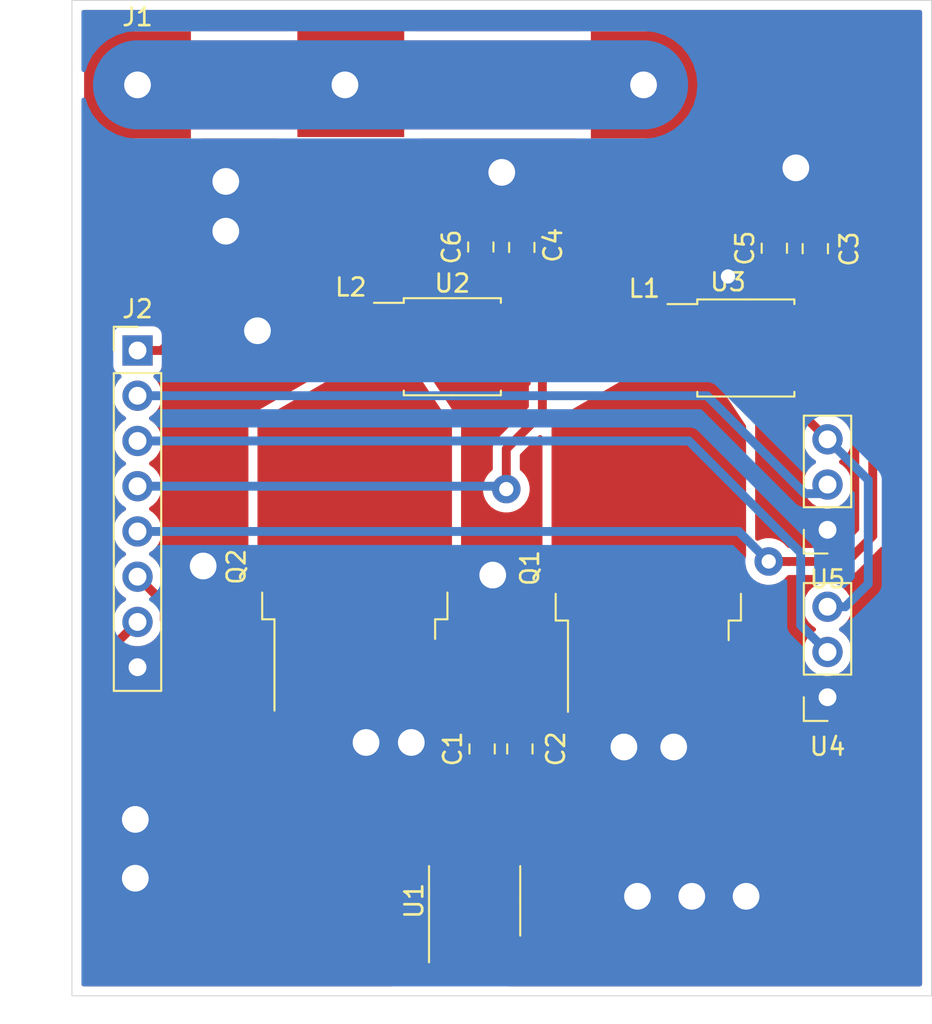
<source format=kicad_pcb>
(kicad_pcb (version 20211014) (generator pcbnew)
  (layers (0 "F.Cu" signal) (31 "B.Cu" signal) (34 "B.Paste" user) (35 "F.Paste" user) (36 "B.SilkS" user "B.Silkscreen") (37 "F.SilkS" user "F.Silkscreen") (38 "B.Mask" user) (39 "F.Mask" user) (44 "Edge.Cuts" user))
  (net 0 "")
  (net 1 "+12V")
  (net 2 "GND")
  (net 3 "Net-(Q1-Pad1)")
  (net 4 "Net-(Q2-Pad1)")
  (net 5 "Net-(U1-Pad8)")
  (net 6 "Net-(U1-Pad1)")
  (net 7 "+3V3")
  (net 8 "Net-(Q1-Pad8)")
  (net 9 "Net-(Q2-Pad8)")
  (net 10 "IN_B")
  (net 11 "IN_A")
  (net 12 "A_CUR")
  (net 13 "Net-(U2-Pad6)")
  (net 14 "B_CUR")
  (net 15 "Net-(U3-Pad6)")
  (net 16 "B_TEMP")
  (net 17 "A_TEMP")
  (net 18 "Net-(L1-Pad1)")
  (net 19 "Net-(L2-Pad1)")
  (footprint "te:2x6mmsquare" (layer "F.Cu") (at 115.952 40.3 180)
    (fp_text reference "L1" (at 0 -3.81) (layer "F.SilkS"))
    (fp_text value "INDUCTOR")
    (pad "1" smd rect locked (at 0 0 180) (size 6 6) (layers "F.Cu" "F.Mask") (net 18 "Net-(L1-Pad1)"))
    (pad "2" smd rect locked (at 0 7.62 180) (size 6 6) (layers "F.Cu" "F.Mask") (net 1 "+12V"))
  )
  (footprint "Package_TO_SOT_SMD:TO-263-7_TabPin8" (layer "F.Cu") (at 116.177 59.8 90)
    (fp_text reference "Q1" (at 0 -6.65 90) (layer "F.SilkS"))
    (fp_text value "C3M0065090J")
    (fp_line (start -1.45 -5.2) (end -2.95 -5.2) (layer "F.SilkS") (width 0.12))
    (fp_line (start -2.95 -4.51) (end -8.075 -4.51) (layer "F.SilkS") (width 0.12))
    (fp_line (start -2.95 4.51) (end -4.05 4.51) (layer "F.SilkS") (width 0.12))
    (fp_line (start -2.95 5.2) (end -2.95 4.51) (layer "F.SilkS") (width 0.12))
    (fp_line (start -1.45 5.2) (end -2.95 5.2) (layer "F.SilkS") (width 0.12))
    (fp_line (start -2.95 -5.2) (end -2.95 -4.51) (layer "F.SilkS") (width 0.12))
    (pad "1" smd rect locked (at -5.775 -3.81 90) (size 4.6 0.8) (layers "F.Cu" "F.Paste" "F.Mask") (net 3 "Net-(Q1-Pad1)"))
    (pad "2" smd rect locked (at -5.775 -2.54 90) (size 4.6 0.8) (layers "F.Cu" "F.Paste" "F.Mask") (net 2 "GND"))
    (pad "3" smd rect locked (at -5.775 -1.27 90) (size 4.6 0.8) (layers "F.Cu" "F.Paste" "F.Mask") (net 2 "GND"))
    (pad "4" smd rect locked (at -5.775 0 90) (size 4.6 0.8) (layers "F.Cu" "F.Paste" "F.Mask") (net 2 "GND"))
    (pad "5" smd rect locked (at -5.775 1.27 90) (size 4.6 0.8) (layers "F.Cu" "F.Paste" "F.Mask") (net 2 "GND"))
    (pad "6" smd rect locked (at -5.775 2.54 90) (size 4.6 0.8) (layers "F.Cu" "F.Paste" "F.Mask") (net 2 "GND"))
    (pad "7" smd rect locked (at -5.775 3.81 90) (size 4.6 0.8) (layers "F.Cu" "F.Paste" "F.Mask") (net 2 "GND"))
    (pad "8" smd rect locked (at 3.375 0 90) (size 9.4 10.8) (layers "F.Cu" "F.Mask") (net 8 "Net-(Q1-Pad8)"))
  )
  (footprint "te:2x6mmsquare" (layer "F.Cu") (at 87.5 32.68)
    (fp_text reference "J1" (at 0 -3.81) (layer "F.SilkS"))
    (fp_text value "Conn_01x02_Female")
    (pad "1" smd rect locked (at 0 0) (size 6 6) (layers "F.Cu" "F.Mask") (net 1 "+12V"))
    (pad "2" smd rect locked (at 0 7.62) (size 6 6) (layers "F.Cu" "F.Mask") (net 2 "GND"))
  )
  (footprint "Connector_PinHeader_2.54mm:PinHeader_1x08_P2.54mm_Vertical" (layer "F.Cu") (at 87.5 47.59)
    (fp_text reference "J2" (at 0 -2.33) (layer "F.SilkS"))
    (fp_text value "Conn_01x08_Male")
    (fp_line (start -1.33 0) (end -1.33 -1.33) (layer "F.SilkS") (width 0.12))
    (fp_line (start -1.33 19.11) (end 1.33 19.11) (layer "F.SilkS") (width 0.12))
    (fp_line (start -1.33 -1.33) (end 0 -1.33) (layer "F.SilkS") (width 0.12))
    (fp_line (start -1.33 1.27) (end 1.33 1.27) (layer "F.SilkS") (width 0.12))
    (fp_line (start 1.33 1.27) (end 1.33 19.11) (layer "F.SilkS") (width 0.12))
    (fp_line (start -1.33 1.27) (end -1.33 19.11) (layer "F.SilkS") (width 0.12))
    (pad "1" thru_hole rect locked (at 0 0) (size 1.7 1.7) (drill 1) (layers *.Cu *.Mask) (net 7 "+3V3"))
    (pad "2" thru_hole oval locked (at 0 2.54) (size 1.7 1.7) (drill 1) (layers *.Cu *.Mask) (net 17 "A_TEMP"))
    (pad "3" thru_hole oval locked (at 0 5.08) (size 1.7 1.7) (drill 1) (layers *.Cu *.Mask) (net 16 "B_TEMP"))
    (pad "4" thru_hole oval locked (at 0 7.62) (size 1.7 1.7) (drill 1) (layers *.Cu *.Mask) (net 12 "A_CUR"))
    (pad "5" thru_hole oval locked (at 0 10.16) (size 1.7 1.7) (drill 1) (layers *.Cu *.Mask) (net 14 "B_CUR"))
    (pad "6" thru_hole oval locked (at 0 12.7) (size 1.7 1.7) (drill 1) (layers *.Cu *.Mask) (net 11 "IN_A"))
    (pad "7" thru_hole oval locked (at 0 15.24) (size 1.7 1.7) (drill 1) (layers *.Cu *.Mask) (net 10 "IN_B"))
    (pad "8" thru_hole oval locked (at 0 17.78) (size 1.7 1.7) (drill 1) (layers *.Cu *.Mask) (net 2 "GND"))
  )
  (footprint "Capacitor_SMD:C_0805_2012Metric_Pad1.15x1.40mm_HandSolder" (layer "F.Cu") (at 106.846 69.958 90)
    (fp_text reference "C1" (at 0 -1.65 90) (layer "F.SilkS"))
    (fp_text value ".1 uF")
    (fp_line (start -0.261252 0.71) (end 0.261252 0.71) (layer "F.SilkS") (width 0.12))
    (fp_line (start -0.261252 -0.71) (end 0.261252 -0.71) (layer "F.SilkS") (width 0.12))
    (pad "1" smd roundrect locked (at -1.025 0 90) (size 1.15 1.4) (layers "F.Cu" "F.Paste" "F.Mask") (roundrect_rratio 0.217391) (net 1 "+12V"))
    (pad "2" smd roundrect locked (at 1.025 0 90) (size 1.15 1.4) (layers "F.Cu" "F.Paste" "F.Mask") (roundrect_rratio 0.217391) (net 2 "GND"))
  )
  (footprint "Capacitor_SMD:C_0805_2012Metric_Pad1.15x1.40mm_HandSolder" (layer "F.Cu") (at 108.966 69.958 90)
    (fp_text reference "C2" (at 0 2.02 90) (layer "F.SilkS"))
    (fp_text value "1 uF")
    (fp_line (start -0.261252 -0.71) (end 0.261252 -0.71) (layer "F.SilkS") (width 0.12))
    (fp_line (start -0.261252 0.71) (end 0.261252 0.71) (layer "F.SilkS") (width 0.12))
    (pad "1" smd roundrect locked (at -1.025 0 90) (size 1.15 1.4) (layers "F.Cu" "F.Paste" "F.Mask") (roundrect_rratio 0.217391) (net 1 "+12V"))
    (pad "2" smd roundrect locked (at 1.025 0 90) (size 1.15 1.4) (layers "F.Cu" "F.Paste" "F.Mask") (roundrect_rratio 0.217391) (net 2 "GND"))
  )
  (footprint "Connector_PinSocket_2.54mm:PinSocket_1x03_P2.54mm_Vertical" (layer "F.Cu") (at 126.238 67.056 180)
    (fp_text reference "U4" (at 0 -2.77) (layer "F.SilkS"))
    (fp_text value "DS18B20")
    (fp_line (start -1.33 1.27) (end -1.33 6.41) (layer "F.SilkS") (width 0.12))
    (fp_line (start 1.33 1.27) (end 1.33 6.41) (layer "F.SilkS") (width 0.12))
    (fp_line (start 0 -1.33) (end 1.33 -1.33) (layer "F.SilkS") (width 0.12))
    (fp_line (start -1.33 1.27) (end 1.33 1.27) (layer "F.SilkS") (width 0.12))
    (fp_line (start 1.33 -1.33) (end 1.33 0) (layer "F.SilkS") (width 0.12))
    (fp_line (start -1.33 6.41) (end 1.33 6.41) (layer "F.SilkS") (width 0.12))
    (pad "1" thru_hole rect locked (at 0 0 180) (size 1.7 1.7) (drill 1) (layers *.Cu *.Mask) (net 2 "GND"))
    (pad "2" thru_hole oval locked (at 0 2.54 180) (size 1.7 1.7) (drill 1) (layers *.Cu *.Mask) (net 16 "B_TEMP"))
    (pad "3" thru_hole oval locked (at 0 5.08 180) (size 1.7 1.7) (drill 1) (layers *.Cu *.Mask) (net 7 "+3V3"))
  )
  (footprint "Capacitor_SMD:C_0805_2012Metric_Pad1.15x1.40mm_HandSolder" (layer "F.Cu") (at 123.252 41.85 90)
    (fp_text reference "C5" (at 0 -1.65 90) (layer "F.SilkS"))
    (fp_text value "1 uF")
    (fp_line (start -0.261252 0.71) (end 0.261252 0.71) (layer "F.SilkS") (width 0.12))
    (fp_line (start -0.261252 -0.71) (end 0.261252 -0.71) (layer "F.SilkS") (width 0.12))
    (pad "1" smd roundrect locked (at -1.025 0 90) (size 1.15 1.4) (layers "F.Cu" "F.Paste" "F.Mask") (roundrect_rratio 0.217391) (net 7 "+3V3"))
    (pad "2" smd roundrect locked (at 1.025 0 90) (size 1.15 1.4) (layers "F.Cu" "F.Paste" "F.Mask") (roundrect_rratio 0.217391) (net 2 "GND"))
  )
  (footprint "Package_SO:SOIC-8_5.23x5.23mm_P1.27mm" (layer "F.Cu") (at 105.174 47.38)
    (fp_text reference "U2" (at 0 -3.56) (layer "F.SilkS"))
    (fp_text value "TMCS1107A1BQDR")
    (fp_line (start 0 -2.725) (end -2.725 -2.725) (layer "F.SilkS") (width 0.12))
    (fp_line (start -2.725 -2.465) (end -4.4 -2.465) (layer "F.SilkS") (width 0.12))
    (fp_line (start 2.725 -2.725) (end 2.725 -2.465) (layer "F.SilkS") (width 0.12))
    (fp_line (start -2.725 -2.725) (end -2.725 -2.465) (layer "F.SilkS") (width 0.12))
    (fp_line (start 2.725 2.725) (end 2.725 2.465) (layer "F.SilkS") (width 0.12))
    (fp_line (start -2.725 2.725) (end -2.725 2.465) (layer "F.SilkS") (width 0.12))
    (fp_line (start 0 -2.725) (end 2.725 -2.725) (layer "F.SilkS") (width 0.12))
    (fp_line (start 0 2.725) (end -2.725 2.725) (layer "F.SilkS") (width 0.12))
    (fp_line (start 0 2.725) (end 2.725 2.725) (layer "F.SilkS") (width 0.12))
    (pad "1" smd roundrect locked (at -3.6 -1.905) (size 1.6 0.6) (layers "F.Cu" "F.Paste" "F.Mask") (net 19 "Net-(L2-Pad1)"))
    (pad "2" smd roundrect locked (at -3.6 -0.635) (size 1.6 0.6) (layers "F.Cu" "F.Paste" "F.Mask") (net 19 "Net-(L2-Pad1)"))
    (pad "3" smd roundrect locked (at -3.6 0.635) (size 1.6 0.6) (layers "F.Cu" "F.Paste" "F.Mask") (net 9 "Net-(Q2-Pad8)"))
    (pad "4" smd roundrect locked (at -3.6 1.905) (size 1.6 0.6) (layers "F.Cu" "F.Paste" "F.Mask") (net 9 "Net-(Q2-Pad8)"))
    (pad "5" smd roundrect locked (at 3.6 1.905) (size 1.6 0.6) (layers "F.Cu" "F.Paste" "F.Mask") (net 2 "GND"))
    (pad "6" smd roundrect locked (at 3.6 0.635) (size 1.6 0.6) (layers "F.Cu" "F.Paste" "F.Mask") (net 13 "Net-(U2-Pad6)"))
    (pad "7" smd roundrect locked (at 3.6 -0.635) (size 1.6 0.6) (layers "F.Cu" "F.Paste" "F.Mask") (net 12 "A_CUR"))
    (pad "8" smd roundrect locked (at 3.6 -1.905) (size 1.6 0.6) (layers "F.Cu" "F.Paste" "F.Mask") (net 7 "+3V3"))
  )
  (footprint "Capacitor_SMD:C_0805_2012Metric_Pad1.15x1.40mm_HandSolder" (layer "F.Cu") (at 125.552 41.875 90)
    (fp_text reference "C3" (at -0.025 1.9 90) (layer "F.SilkS"))
    (fp_text value ".1 uF")
    (fp_line (start -0.261252 -0.71) (end 0.261252 -0.71) (layer "F.SilkS") (width 0.12))
    (fp_line (start -0.261252 0.71) (end 0.261252 0.71) (layer "F.SilkS") (width 0.12))
    (pad "1" smd roundrect locked (at -1.025 0 90) (size 1.15 1.4) (layers "F.Cu" "F.Paste" "F.Mask") (roundrect_rratio 0.217391) (net 7 "+3V3"))
    (pad "2" smd roundrect locked (at 1.025 0 90) (size 1.15 1.4) (layers "F.Cu" "F.Paste" "F.Mask") (roundrect_rratio 0.217391) (net 2 "GND"))
  )
  (footprint "Connector_PinSocket_2.54mm:PinSocket_1x03_P2.54mm_Vertical" (layer "F.Cu") (at 126.238 57.658 180)
    (fp_text reference "U5" (at 0 -2.77) (layer "F.SilkS"))
    (fp_text value "DS18B20")
    (fp_line (start 1.33 1.27) (end 1.33 6.41) (layer "F.SilkS") (width 0.12))
    (fp_line (start -1.33 6.41) (end 1.33 6.41) (layer "F.SilkS") (width 0.12))
    (fp_line (start 0 -1.33) (end 1.33 -1.33) (layer "F.SilkS") (width 0.12))
    (fp_line (start 1.33 -1.33) (end 1.33 0) (layer "F.SilkS") (width 0.12))
    (fp_line (start -1.33 1.27) (end -1.33 6.41) (layer "F.SilkS") (width 0.12))
    (fp_line (start -1.33 1.27) (end 1.33 1.27) (layer "F.SilkS") (width 0.12))
    (pad "1" thru_hole rect locked (at 0 0 180) (size 1.7 1.7) (drill 1) (layers *.Cu *.Mask) (net 2 "GND"))
    (pad "2" thru_hole oval locked (at 0 2.54 180) (size 1.7 1.7) (drill 1) (layers *.Cu *.Mask) (net 17 "A_TEMP"))
    (pad "3" thru_hole oval locked (at 0 5.08 180) (size 1.7 1.7) (drill 1) (layers *.Cu *.Mask) (net 7 "+3V3"))
  )
  (footprint "te:2x6mmsquare" (layer "F.Cu") (at 99.474 40.23 180)
    (fp_text reference "L2" (at 0 -3.81) (layer "F.SilkS"))
    (fp_text value "INDUCTOR")
    (pad "1" smd rect locked (at 0 0 180) (size 6 6) (layers "F.Cu" "F.Mask") (net 19 "Net-(L2-Pad1)"))
    (pad "2" smd rect locked (at 0 7.62 180) (size 6 6) (layers "F.Cu" "F.Mask") (net 1 "+12V"))
  )
  (footprint "Package_TO_SOT_SMD:TO-263-7_TabPin8" (layer "F.Cu") (at 99.699 59.73 90)
    (fp_text reference "Q2" (at 0 -6.65 90) (layer "F.SilkS"))
    (fp_text value "C3M0065090J")
    (fp_line (start -1.45 5.2) (end -2.95 5.2) (layer "F.SilkS") (width 0.12))
    (fp_line (start -1.45 -5.2) (end -2.95 -5.2) (layer "F.SilkS") (width 0.12))
    (fp_line (start -2.95 -5.2) (end -2.95 -4.51) (layer "F.SilkS") (width 0.12))
    (fp_line (start -2.95 -4.51) (end -8.075 -4.51) (layer "F.SilkS") (width 0.12))
    (fp_line (start -2.95 4.51) (end -4.05 4.51) (layer "F.SilkS") (width 0.12))
    (fp_line (start -2.95 5.2) (end -2.95 4.51) (layer "F.SilkS") (width 0.12))
    (pad "1" smd rect locked (at -5.775 -3.81 90) (size 4.6 0.8) (layers "F.Cu" "F.Paste" "F.Mask") (net 4 "Net-(Q2-Pad1)"))
    (pad "2" smd rect locked (at -5.775 -2.54 90) (size 4.6 0.8) (layers "F.Cu" "F.Paste" "F.Mask") (net 2 "GND"))
    (pad "3" smd rect locked (at -5.775 -1.27 90) (size 4.6 0.8) (layers "F.Cu" "F.Paste" "F.Mask") (net 2 "GND"))
    (pad "4" smd rect locked (at -5.775 0 90) (size 4.6 0.8) (layers "F.Cu" "F.Paste" "F.Mask") (net 2 "GND"))
    (pad "5" smd rect locked (at -5.775 1.27 90) (size 4.6 0.8) (layers "F.Cu" "F.Paste" "F.Mask") (net 2 "GND"))
    (pad "6" smd rect locked (at -5.775 2.54 90) (size 4.6 0.8) (layers "F.Cu" "F.Paste" "F.Mask") (net 2 "GND"))
    (pad "7" smd rect locked (at -5.775 3.81 90) (size 4.6 0.8) (layers "F.Cu" "F.Paste" "F.Mask") (net 2 "GND"))
    (pad "8" smd rect locked (at 3.375 0 90) (size 9.4 10.8) (layers "F.Cu" "F.Mask") (net 9 "Net-(Q2-Pad8)"))
  )
  (footprint "Package_SO:SOIC-8_5.23x5.23mm_P1.27mm" (layer "F.Cu") (at 121.652 47.45)
    (fp_text reference "U3" (at -1 -3.7) (layer "F.SilkS"))
    (fp_text value "TMCS1107A1BQDR")
    (fp_line (start 0 -2.725) (end 2.725 -2.725) (layer "F.SilkS") (width 0.12))
    (fp_line (start 0 2.725) (end 2.725 2.725) (layer "F.SilkS") (width 0.12))
    (fp_line (start -2.725 -2.465) (end -4.4 -2.465) (layer "F.SilkS") (width 0.12))
    (fp_line (start 0 2.725) (end -2.725 2.725) (layer "F.SilkS") (width 0.12))
    (fp_line (start -2.725 -2.725) (end -2.725 -2.465) (layer "F.SilkS") (width 0.12))
    (fp_line (start 2.725 -2.725) (end 2.725 -2.465) (layer "F.SilkS") (width 0.12))
    (fp_line (start 0 -2.725) (end -2.725 -2.725) (layer "F.SilkS") (width 0.12))
    (fp_line (start 2.725 2.725) (end 2.725 2.465) (layer "F.SilkS") (width 0.12))
    (fp_line (start -2.725 2.725) (end -2.725 2.465) (layer "F.SilkS") (width 0.12))
    (pad "1" smd roundrect locked (at -3.6 -1.905) (size 1.6 0.6) (layers "F.Cu" "F.Paste" "F.Mask") (net 18 "Net-(L1-Pad1)"))
    (pad "2" smd roundrect locked (at -3.6 -0.635) (size 1.6 0.6) (layers "F.Cu" "F.Paste" "F.Mask") (net 18 "Net-(L1-Pad1)"))
    (pad "3" smd roundrect locked (at -3.6 0.635) (size 1.6 0.6) (layers "F.Cu" "F.Paste" "F.Mask") (net 8 "Net-(Q1-Pad8)"))
    (pad "4" smd roundrect locked (at -3.6 1.905) (size 1.6 0.6) (layers "F.Cu" "F.Paste" "F.Mask") (net 8 "Net-(Q1-Pad8)"))
    (pad "5" smd roundrect locked (at 3.6 1.905) (size 1.6 0.6) (layers "F.Cu" "F.Paste" "F.Mask") (net 2 "GND"))
    (pad "6" smd roundrect locked (at 3.6 0.635) (size 1.6 0.6) (layers "F.Cu" "F.Paste" "F.Mask") (net 15 "Net-(U3-Pad6)"))
    (pad "7" smd roundrect locked (at 3.6 -0.635) (size 1.6 0.6) (layers "F.Cu" "F.Paste" "F.Mask") (net 14 "B_CUR"))
    (pad "8" smd roundrect locked (at 3.6 -1.905) (size 1.6 0.6) (layers "F.Cu" "F.Paste" "F.Mask") (net 7 "+3V3"))
  )
  (footprint "Capacitor_SMD:C_0805_2012Metric_Pad1.15x1.40mm_HandSolder" (layer "F.Cu") (at 106.774 41.78 90)
    (fp_text reference "C6" (at 0 -1.65 90) (layer "F.SilkS"))
    (fp_text value "1 uF")
    (fp_line (start -0.261252 0.71) (end 0.261252 0.71) (layer "F.SilkS") (width 0.12))
    (fp_line (start -0.261252 -0.71) (end 0.261252 -0.71) (layer "F.SilkS") (width 0.12))
    (pad "1" smd roundrect locked (at -1.025 0 90) (size 1.15 1.4) (layers "F.Cu" "F.Paste" "F.Mask") (roundrect_rratio 0.217391) (net 7 "+3V3"))
    (pad "2" smd roundrect locked (at 1.025 0 90) (size 1.15 1.4) (layers "F.Cu" "F.Paste" "F.Mask") (roundrect_rratio 0.217391) (net 2 "GND"))
  )
  (footprint "Capacitor_SMD:C_0805_2012Metric_Pad1.15x1.40mm_HandSolder" (layer "F.Cu") (at 109.074 41.805 90)
    (fp_text reference "C4" (at 0.125 1.75 90) (layer "F.SilkS"))
    (fp_text value ".1 uF")
    (fp_line (start -0.261252 -0.71) (end 0.261252 -0.71) (layer "F.SilkS") (width 0.12))
    (fp_line (start -0.261252 0.71) (end 0.261252 0.71) (layer "F.SilkS") (width 0.12))
    (pad "1" smd roundrect locked (at -1.025 0 90) (size 1.15 1.4) (layers "F.Cu" "F.Paste" "F.Mask") (roundrect_rratio 0.217391) (net 7 "+3V3"))
    (pad "2" smd roundrect locked (at 1.025 0 90) (size 1.15 1.4) (layers "F.Cu" "F.Paste" "F.Mask") (roundrect_rratio 0.217391) (net 2 "GND"))
  )
  (footprint "Package_SO:SO-8_3.9x4.9mm_P1.27mm" (layer "F.Cu") (at 106.426 78.486 90)
    (fp_text reference "U1" (at 0 -3.4 90) (layer "F.SilkS"))
    (fp_text value "MCP14A0304xMNY")
    (fp_line (start 0 -2.56) (end 1.95 -2.56) (layer "F.SilkS") (width 0.12))
    (fp_line (start 0 -2.56) (end -3.45 -2.56) (layer "F.SilkS") (width 0.12))
    (fp_line (start 0 2.56) (end -1.95 2.56) (layer "F.SilkS") (width 0.12))
    (fp_line (start 0 2.56) (end 1.95 2.56) (layer "F.SilkS") (width 0.12))
    (pad "1" smd roundrect locked (at -2.575 -1.905 90) (size 1.75 0.6) (layers "F.Cu" "F.Paste" "F.Mask") (net 6 "Net-(U1-Pad1)"))
    (pad "2" smd roundrect locked (at -2.575 -0.635 90) (size 1.75 0.6) (layers "F.Cu" "F.Paste" "F.Mask") (net 11 "IN_A"))
    (pad "3" smd roundrect locked (at -2.575 0.635 90) (size 1.75 0.6) (layers "F.Cu" "F.Paste" "F.Mask") (net 2 "GND"))
    (pad "4" smd roundrect locked (at -2.575 1.905 90) (size 1.75 0.6) (layers "F.Cu" "F.Paste" "F.Mask") (net 10 "IN_B"))
    (pad "5" smd roundrect locked (at 2.575 1.905 90) (size 1.75 0.6) (layers "F.Cu" "F.Paste" "F.Mask") (net 3 "Net-(Q1-Pad1)"))
    (pad "6" smd roundrect locked (at 2.575 0.635 90) (size 1.75 0.6) (layers "F.Cu" "F.Paste" "F.Mask") (net 1 "+12V"))
    (pad "7" smd roundrect locked (at 2.575 -0.635 90) (size 1.75 0.6) (layers "F.Cu" "F.Paste" "F.Mask") (net 4 "Net-(Q2-Pad1)"))
    (pad "8" smd roundrect locked (at 2.575 -1.905 90) (size 1.75 0.6) (layers "F.Cu" "F.Paste" "F.Mask") (net 5 "Net-(U1-Pad8)"))
  )
  (gr_line (start 83.82 27.94) (end 132.08 27.94) (layer "Edge.Cuts") (width 0.05))
  (gr_line (start 83.82 83.82) (end 83.82 27.94) (layer "Edge.Cuts") (width 0.05))
  (gr_line (start 132.08 83.82) (end 83.82 83.82) (layer "Edge.Cuts") (width 0.05))
  (gr_line (start 132.08 27.94) (end 132.08 83.82) (layer "Edge.Cuts") (width 0.05))
  (segment (start 87.5 32.68) (end 99.146 32.68) (width 5) (layer "F.Cu") (net 1))
  (segment (start 99.146 32.68) (end 115.91 32.68) (width 5) (layer "F.Cu") (net 1))
  (segment (start 115.91 32.68) (end 115.952 32.68) (width 5) (layer "F.Cu") (net 1))
  (segment (start 130.302 33.02) (end 128.778 31.496) (width 0.75) (layer "F.Cu") (net 1))
  (segment (start 107.061 76.833214) (end 107.951786 77.724) (width 0.75) (layer "F.Cu") (net 1))
  (segment (start 107.061 75.911) (end 107.061 71.198) (width 0.5) (layer "F.Cu") (net 1))
  (segment (start 112.70728 77.724) (end 120.07328 70.358) (width 0.75) (layer "F.Cu") (net 1))
  (segment (start 120.07328 70.358) (end 126.775261 70.358) (width 0.75) (layer "F.Cu") (net 1))
  (segment (start 108.966 70.983) (end 106.846 70.983) (width 0.5) (layer "F.Cu") (net 1))
  (segment (start 107.061 75.911) (end 107.061 76.833214) (width 0.75) (layer "F.Cu") (net 1))
  (segment (start 128.778 31.496) (end 117.136 31.496) (width 0.75) (layer "F.Cu") (net 1))
  (segment (start 87.5 32.68) (end 87.5 32.68) (width 5) (layer "F.Cu") (net 1))
  (segment (start 130.302 66.831261) (end 130.302 33.02) (width 0.75) (layer "F.Cu") (net 1))
  (segment (start 107.061 71.198) (end 106.846 70.983) (width 0.5) (layer "F.Cu") (net 1))
  (segment (start 107.951786 77.724) (end 112.70728 77.724) (width 0.75) (layer "F.Cu") (net 1))
  (segment (start 117.136 31.496) (end 115.952 32.68) (width 0.75) (layer "F.Cu") (net 1))
  (segment (start 126.775261 70.358) (end 130.302 66.831261) (width 0.75) (layer "F.Cu") (net 1))
  (via (at 87.5 32.68) (size 2) (drill 1.5) (layers "F.Cu" "B.Cu") (net 1))
  (via (at 115.91 32.68) (size 2) (drill 1.5) (layers "F.Cu" "B.Cu") (net 1))
  (via (at 99.146 32.68) (size 2) (drill 1.5) (layers "F.Cu" "B.Cu") (net 1))
  (segment (start 115.91 32.68) (end 87.5 32.68) (width 5) (layer "B.Cu") (net 1))
  (via (at 92.456 40.894) (size 2) (drill 1.5) (layers "F.Cu" "B.Cu") (net 2))
  (via (at 118.618 78.232) (size 2) (drill 1.5) (layers "F.Cu" "B.Cu") (net 2))
  (via (at 114.808 69.85) (size 2) (drill 1.5) (layers "F.Cu" "B.Cu") (net 2))
  (via (at 87.376 77.216) (size 2) (drill 1.5) (layers "F.Cu" "B.Cu") (net 2))
  (via (at 115.57 78.232) (size 2) (drill 1.5) (layers "F.Cu" "B.Cu") (net 2))
  (via (at 120.65 43.434) (size 1.6) (drill 0.8) (layers "F.Cu" "B.Cu") (net 2))
  (via (at 92.456 38.1) (size 2) (drill 1.5) (layers "F.Cu" "B.Cu") (net 2))
  (via (at 91.186 59.69) (size 2) (drill 1.5) (layers "F.Cu" "B.Cu") (net 2))
  (via (at 87.376 73.914) (size 2) (drill 1.5) (layers "F.Cu" "B.Cu") (net 2))
  (via (at 100.33 69.596) (size 2) (drill 1.5) (layers "F.Cu" "B.Cu") (net 2))
  (via (at 94.234 46.482) (size 2) (drill 1.5) (layers "F.Cu" "B.Cu") (net 2))
  (via (at 124.46 37.338) (size 2) (drill 1.5) (layers "F.Cu" "B.Cu") (net 2))
  (via (at 121.666 78.232) (size 2) (drill 1.5) (layers "F.Cu" "B.Cu") (net 2))
  (via (at 117.602 69.85) (size 2) (drill 1.5) (layers "F.Cu" "B.Cu") (net 2))
  (via (at 107.442 60.198) (size 2) (drill 1.5) (layers "F.Cu" "B.Cu") (net 2))
  (via (at 102.87 69.596) (size 2) (drill 1.5) (layers "F.Cu" "B.Cu") (net 2))
  (via (at 107.95 37.592) (size 2) (drill 1.5) (layers "F.Cu" "B.Cu") (net 2))
  (segment (start 112.367 65.575) (end 112.367 71.875) (width 0.5) (layer "F.Cu") (net 3))
  (segment (start 112.367 71.875) (end 108.331 75.911) (width 0.5) (layer "F.Cu") (net 3))
  (segment (start 105.13459 74.37959) (end 105.791 75.036) (width 0.5) (layer "F.Cu") (net 4))
  (segment (start 95.889 65.505) (end 95.889 68.305) (width 0.5) (layer "F.Cu") (net 4))
  (segment (start 95.889 68.305) (end 101.96359 74.37959) (width 0.5) (layer "F.Cu") (net 4))
  (segment (start 101.96359 74.37959) (end 105.13459 74.37959) (width 0.5) (layer "F.Cu") (net 4))
  (segment (start 105.791 75.036) (end 105.791 75.911) (width 0.5) (layer "F.Cu") (net 4))
  (segment (start 109.049 42.805) (end 109.074 42.83) (width 0.5) (layer "F.Cu") (net 7))
  (segment (start 123.698 45.466) (end 123.19 45.974) (width 0.5) (layer "F.Cu") (net 7))
  (segment (start 94.234 42.206) (end 88.85 47.59) (width 0.5) (layer "F.Cu") (net 7))
  (segment (start 125.173 45.466) (end 123.698 45.466) (width 0.5) (layer "F.Cu") (net 7))
  (segment (start 94.234 38.159599) (end 94.234 42.206) (width 0.5) (layer "F.Cu") (net 7))
  (segment (start 123.19 49.53) (end 126.238 52.578) (width 0.5) (layer "F.Cu") (net 7))
  (segment (start 106.074 42.805) (end 105.41759 42.14859) (width 0.5) (layer "F.Cu") (net 7))
  (segment (start 111.252 41.352) (end 111.252 37.818478) (width 0.5) (layer "F.Cu") (net 7))
  (segment (start 102.999121 36.573599) (end 95.82 36.573599) (width 0.5) (layer "F.Cu") (net 7))
  (segment (start 125.89541 62.06459) (end 125.984 61.976) (width 0.5) (layer "F.Cu") (net 7))
  (segment (start 123.252 42.875) (end 125.527 42.875) (width 0.5) (layer "F.Cu") (net 7))
  (segment (start 125.252 43.2) (end 125.552 42.9) (width 0.5) (layer "F.Cu") (net 7))
  (segment (start 109.774 42.83) (end 111.252 41.352) (width 0.5) (layer "F.Cu") (net 7))
  (segment (start 106.774 42.805) (end 106.074 42.805) (width 0.5) (layer "F.Cu") (net 7))
  (segment (start 109.074 42.83) (end 109.074 45.175) (width 0.5) (layer "F.Cu") (net 7))
  (segment (start 106.774 42.805) (end 109.049 42.805) (width 0.5) (layer "F.Cu") (net 7))
  (segment (start 105.41759 42.14859) (end 105.41759 38.992068) (width 0.5) (layer "F.Cu") (net 7))
  (segment (start 95.82 36.573599) (end 94.234 38.159599) (width 0.5) (layer "F.Cu") (net 7))
  (segment (start 111.252 37.818478) (end 112.426879 36.643599) (width 0.5) (layer "F.Cu") (net 7))
  (segment (start 123.19 45.974) (end 123.19 49.53) (width 0.5) (layer "F.Cu") (net 7))
  (segment (start 121.89559 42.21859) (end 122.552 42.875) (width 0.5) (layer "F.Cu") (net 7))
  (segment (start 109.074 42.83) (end 109.774 42.83) (width 0.5) (layer "F.Cu") (net 7))
  (segment (start 105.41759 38.992068) (end 102.999121 36.573599) (width 0.5) (layer "F.Cu") (net 7))
  (segment (start 122.552 42.875) (end 123.252 42.875) (width 0.5) (layer "F.Cu") (net 7))
  (segment (start 125.252 45.545) (end 125.173 45.466) (width 0.5) (layer "F.Cu") (net 7))
  (segment (start 121.89559 39.062068) (end 121.89559 42.21859) (width 0.5) (layer "F.Cu") (net 7))
  (segment (start 88.85 47.59) (end 87.5 47.59) (width 0.5) (layer "F.Cu") (net 7))
  (segment (start 125.252 45.545) (end 125.252 43.2) (width 0.5) (layer "F.Cu") (net 7))
  (segment (start 112.426879 36.643599) (end 119.477121 36.643599) (width 0.5) (layer "F.Cu") (net 7))
  (segment (start 119.477121 36.643599) (end 121.89559 39.062068) (width 0.5) (layer "F.Cu") (net 7))
  (segment (start 125.527 42.875) (end 125.552 42.9) (width 0.5) (layer "F.Cu") (net 7))
  (segment (start 109.074 45.175) (end 108.774 45.475) (width 0.5) (layer "F.Cu") (net 7))
  (segment (start 125.984 61.976) (end 127.234 61.976) (width 0.5) (layer "B.Cu") (net 7))
  (segment (start 128.524 54.864) (end 126.238 52.578) (width 0.5) (layer "B.Cu") (net 7))
  (segment (start 128.524 60.686) (end 128.524 54.864) (width 0.5) (layer "B.Cu") (net 7))
  (segment (start 127.234 61.976) (end 128.524 60.686) (width 0.5) (layer "B.Cu") (net 7))
  (segment (start 108.331 81.936) (end 108.331 81.061) (width 0.5) (layer "F.Cu") (net 10))
  (segment (start 87.5 62.83) (end 85.993599 64.336401) (width 0.5) (layer "F.Cu") (net 10))
  (segment (start 85.993599 64.336401) (end 85.993599 66.093073) (width 0.5) (layer "F.Cu") (net 10))
  (segment (start 107.463 82.804) (end 108.331 81.936) (width 0.5) (layer "F.Cu") (net 10))
  (segment (start 85.993599 66.093073) (end 102.704526 82.804) (width 0.5) (layer "F.Cu") (net 10))
  (segment (start 102.704526 82.804) (end 107.463 82.804) (width 0.5) (layer "F.Cu") (net 10))
  (segment (start 105.791 81.061) (end 105.491 80.761) (width 0.5) (layer "F.Cu") (net 11))
  (segment (start 105.491 79.188856) (end 89.006401 62.704257) (width 0.5) (layer "F.Cu") (net 11))
  (segment (start 105.491 80.761) (end 105.491 79.188856) (width 0.5) (layer "F.Cu") (net 11))
  (segment (start 88.349999 61.139999) (end 87.5 60.29) (width 0.5) (layer "F.Cu") (net 11))
  (segment (start 89.006401 62.704257) (end 89.006401 61.796401) (width 0.5) (layer "F.Cu") (net 11))
  (segment (start 89.006401 61.796401) (end 88.349999 61.139999) (width 0.5) (layer "F.Cu") (net 11))
  (segment (start 110.23041 47.40141) (end 109.574 46.745) (width 0.5) (layer "F.Cu") (net 12))
  (segment (start 110.23041 51.090068) (end 110.23041 47.40141) (width 0.5) (layer "F.Cu") (net 12))
  (segment (start 108.204 55.372) (end 108.204 53.116478) (width 0.5) (layer "F.Cu") (net 12))
  (segment (start 108.204 53.116478) (end 110.23041 51.090068) (width 0.5) (layer "F.Cu") (net 12))
  (segment (start 109.574 46.745) (end 108.774 46.745) (width 0.5) (layer "F.Cu") (net 12))
  (via (at 108.204 55.372) (size 1.6) (drill 0.8) (layers "F.Cu" "B.Cu") (net 12))
  (segment (start 108.042 55.21) (end 108.204 55.372) (width 0.5) (layer "B.Cu") (net 12))
  (segment (start 87.5 55.21) (end 108.042 55.21) (width 0.5) (layer "B.Cu") (net 12))
  (segment (start 128.778 57.999522) (end 127.341522 59.436) (width 0.5) (layer "F.Cu") (net 14))
  (segment (start 124.06737 59.436) (end 122.936 59.436) (width 0.5) (layer "F.Cu") (net 14))
  (segment (start 126.052 46.815) (end 128.778 49.541) (width 0.5) (layer "F.Cu") (net 14))
  (segment (start 125.252 46.815) (end 126.052 46.815) (width 0.3048) (layer "F.Cu") (net 14))
  (segment (start 127.341522 59.436) (end 124.06737 59.436) (width 0.5) (layer "F.Cu") (net 14))
  (segment (start 128.778 49.541) (end 128.778 57.999522) (width 0.5) (layer "F.Cu") (net 14))
  (via (at 122.936 59.436) (size 1.6) (drill 0.8) (layers "F.Cu" "B.Cu") (net 14))
  (segment (start 122.936 59.436) (end 121.25 57.75) (width 0.5) (layer "B.Cu") (net 14))
  (segment (start 121.25 57.75) (end 89.529599 57.75) (width 0.5) (layer "B.Cu") (net 14))
  (segment (start 89.529599 57.75) (end 87.5 57.75) (width 0.5) (layer "B.Cu") (net 14))
  (segment (start 87.5 52.67) (end 118.456 52.67) (width 0.5) (layer "B.Cu") (net 16))
  (segment (start 124.731599 63.009599) (end 125.388001 63.666001) (width 0.5) (layer "B.Cu") (net 16))
  (segment (start 125.388001 63.666001) (end 126.238 64.516) (width 0.5) (layer "B.Cu") (net 16))
  (segment (start 124.731599 58.945599) (end 124.731599 63.009599) (width 0.5) (layer "B.Cu") (net 16))
  (segment (start 118.456 52.67) (end 124.731599 58.945599) (width 0.5) (layer "B.Cu") (net 16))
  (segment (start 125.984 55.626) (end 124.968 55.626) (width 0.5) (layer "B.Cu") (net 17))
  (segment (start 124.968 55.626) (end 119.472 50.13) (width 0.5) (layer "B.Cu") (net 17))
  (segment (start 119.472 50.13) (end 87.5 50.13) (width 0.5) (layer "B.Cu") (net 17))
  (zone (net 2) (net_name "GND") (layer "F.Cu") (connect_pads yes (clearance 0.508)) (min_thickness 0.254) (fill yes (thermal_gap 0.508) (thermal_bridge_width 0.508))
    (polygon (pts (xy 132.08 28.194) (xy 132.08 83.82) (xy 83.82 83.82) (xy 83.82 27.94)))
  )
  (zone (net 8) (net_name "Net-(Q1-Pad8)") (layer "F.Cu") (priority 1) (connect_pads yes (clearance 0.508)) (min_thickness 0.254) (fill yes (thermal_gap 0.508) (thermal_bridge_width 0.508))
    (polygon (pts (xy 119.634 48.768) (xy 121.666 51.816) (xy 121.666 61.214) (xy 110.744 60.96) (xy 110.744 51.562) (xy 117.348 47.752) (xy 118.872 47.752)))
  )
  (zone (net 9) (net_name "Net-(Q2-Pad8)") (layer "F.Cu") (priority 1) (connect_pads yes (clearance 0.508)) (min_thickness 0.254) (fill yes (thermal_gap 0.508) (thermal_bridge_width 0.508))
    (polygon (pts (xy 103.124 48.768) (xy 105.156 51.816) (xy 105.156 61.214) (xy 94.234 60.96) (xy 94.234 51.562) (xy 100.838 47.752) (xy 102.362 47.752)))
  )
  (zone (net 18) (net_name "Net-(L1-Pad1)") (layer "F.Cu") (priority 1) (connect_pads yes (clearance 0.508)) (min_thickness 0.254) (fill yes (thermal_gap 0.508) (thermal_bridge_width 0.508))
    (polygon (pts (xy 118.872 37.338) (xy 119.126 43.18) (xy 119.126 47.244) (xy 117.348 47.244) (xy 113.03 43.434) (xy 113.03 37.338)))
  )
  (zone (net 19) (net_name "Net-(L2-Pad1)") (layer "F.Cu") (priority 1) (connect_pads yes (clearance 0.508)) (min_thickness 0.254) (fill yes (thermal_gap 0.508) (thermal_bridge_width 0.508))
    (polygon (pts (xy 102.616 37.179577) (xy 102.616 43.18) (xy 102.616 46.99) (xy 100.838 46.99) (xy 96.52 43.18) (xy 96.52 37.179577)))
  )
  (zone (net 2) (net_name "GND") (layer "B.Cu") (priority 1) (connect_pads yes (clearance 0.508)) (min_thickness 0.254) (fill yes (thermal_gap 0.508) (thermal_bridge_width 0.508))
    (polygon (pts (xy 132.08 83.82) (xy 83.82 83.82) (xy 83.82 27.94) (xy 132.08 27.94)))
  )
)
</source>
